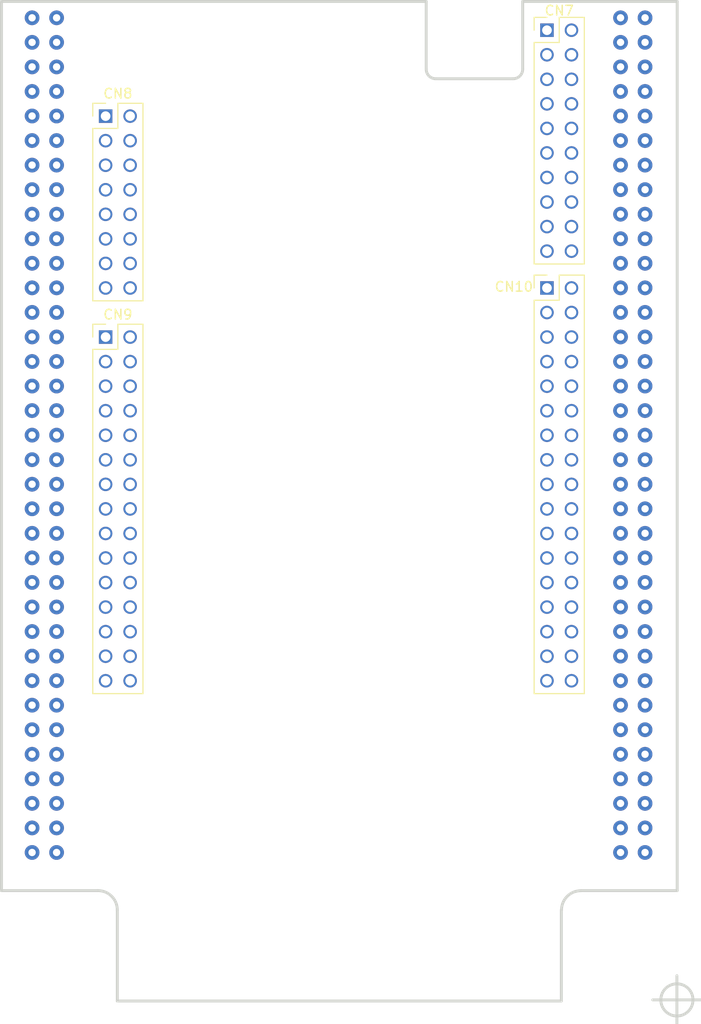
<source format=kicad_pcb>
(kicad_pcb (version 20171130) (host pcbnew "(5.1.12)-1")

  (general
    (thickness 1.6)
    (drawings 17)
    (tracks 0)
    (zones 0)
    (modules 5)
    (nets 241)
  )

  (page A4)
  (title_block
    (title "ST Morpheo Nucleo144 shield")
    (rev RevA)
  )

  (layers
    (0 F.Cu signal)
    (31 B.Cu signal)
    (32 B.Adhes user hide)
    (33 F.Adhes user hide)
    (34 B.Paste user)
    (35 F.Paste user)
    (36 B.SilkS user)
    (37 F.SilkS user)
    (38 B.Mask user hide)
    (39 F.Mask user hide)
    (40 Dwgs.User user hide)
    (41 Cmts.User user hide)
    (42 Eco1.User user hide)
    (43 Eco2.User user hide)
    (44 Edge.Cuts user)
    (45 Margin user hide)
    (46 B.CrtYd user hide)
    (47 F.CrtYd user hide)
    (48 B.Fab user hide)
    (49 F.Fab user)
  )

  (setup
    (last_trace_width 0.16)
    (user_trace_width 0.18)
    (user_trace_width 0.2)
    (user_trace_width 0.25)
    (user_trace_width 0.3)
    (user_trace_width 0.4)
    (user_trace_width 0.5)
    (user_trace_width 0.8)
    (user_trace_width 1)
    (trace_clearance 0.19)
    (zone_clearance 0.2)
    (zone_45_only no)
    (trace_min 0.16)
    (via_size 0.7)
    (via_drill 0.4)
    (via_min_size 0.6)
    (via_min_drill 0.3)
    (user_via 1 0.5)
    (uvia_size 0.6)
    (uvia_drill 0.3)
    (uvias_allowed no)
    (uvia_min_size 0.6)
    (uvia_min_drill 0.3)
    (edge_width 0.3)
    (segment_width 0.2)
    (pcb_text_width 0.3)
    (pcb_text_size 1.5 1.5)
    (mod_edge_width 0.15)
    (mod_text_size 1 1)
    (mod_text_width 0.15)
    (pad_size 1.524 1.524)
    (pad_drill 0.762)
    (pad_to_mask_clearance 0.15)
    (solder_mask_min_width 0.1)
    (pad_to_paste_clearance_ratio -0.05)
    (aux_axis_origin 133.322 159.22)
    (grid_origin 97 113.5)
    (visible_elements 7FFFFFFF)
    (pcbplotparams
      (layerselection 0x210fc_ffffffff)
      (usegerberextensions false)
      (usegerberattributes true)
      (usegerberadvancedattributes true)
      (creategerberjobfile true)
      (excludeedgelayer false)
      (linewidth 0.200000)
      (plotframeref false)
      (viasonmask false)
      (mode 1)
      (useauxorigin false)
      (hpglpennumber 1)
      (hpglpenspeed 20)
      (hpglpendiameter 15.000000)
      (psnegative false)
      (psa4output false)
      (plotreference true)
      (plotvalue true)
      (plotinvisibletext false)
      (padsonsilk false)
      (subtractmaskfromsilk false)
      (outputformat 1)
      (mirror false)
      (drillshape 0)
      (scaleselection 1)
      (outputdirectory "gerber/"))
  )

  (net 0 "")
  (net 1 "Net-(U1-Pad3A)")
  (net 2 "Net-(U1-Pad4A)")
  (net 3 "Net-(U1-Pad5A)")
  (net 4 "Net-(U1-Pad7A)")
  (net 5 "Net-(U1-Pad8A)")
  (net 6 "Net-(U1-Pad9A)")
  (net 7 "Net-(U1-Pad10A)")
  (net 8 "Net-(U1-Pad11A)")
  (net 9 "Net-(U1-Pad12A)")
  (net 10 "Net-(U1-Pad13A)")
  (net 11 "Net-(U1-Pad14A)")
  (net 12 "Net-(U1-Pad15A)")
  (net 13 "Net-(U1-Pad16A)")
  (net 14 "Net-(U1-Pad17A)")
  (net 15 "Net-(U1-Pad18A)")
  (net 16 "Net-(U1-Pad19A)")
  (net 17 "Net-(U1-Pad21A)")
  (net 18 "Net-(U1-Pad23A)")
  (net 19 "Net-(U1-Pad24A)")
  (net 20 "Net-(U1-Pad25A)")
  (net 21 "Net-(U1-Pad26A)")
  (net 22 "Net-(U1-Pad27A)")
  (net 23 "Net-(U1-Pad28A)")
  (net 24 "Net-(U1-Pad29A)")
  (net 25 "Net-(U1-Pad30A)")
  (net 26 "Net-(U1-Pad31A)")
  (net 27 "Net-(U1-Pad32A)")
  (net 28 "Net-(U1-Pad33A)")
  (net 29 "Net-(U1-Pad34A)")
  (net 30 "Net-(U1-Pad35A)")
  (net 31 "Net-(U1-Pad36A)")
  (net 32 "Net-(U1-Pad37A)")
  (net 33 "Net-(U1-Pad38A)")
  (net 34 "Net-(U1-Pad39A)")
  (net 35 "Net-(U1-Pad40A)")
  (net 36 "Net-(U1-Pad41A)")
  (net 37 "Net-(U1-Pad42A)")
  (net 38 "Net-(U1-Pad43A)")
  (net 39 "Net-(U1-Pad44A)")
  (net 40 "Net-(U1-Pad45A)")
  (net 41 "Net-(U1-Pad46A)")
  (net 42 "Net-(U1-Pad47A)")
  (net 43 "Net-(U1-Pad48A)")
  (net 44 "Net-(U1-Pad49A)")
  (net 45 "Net-(U1-Pad50A)")
  (net 46 "Net-(U1-Pad51A)")
  (net 47 "Net-(U1-Pad52A)")
  (net 48 "Net-(U1-Pad53A)")
  (net 49 "Net-(U1-Pad54A)")
  (net 50 "Net-(U1-Pad55A)")
  (net 51 "Net-(U1-Pad56A)")
  (net 52 "Net-(U1-Pad57A)")
  (net 53 "Net-(U1-Pad58A)")
  (net 54 "Net-(U1-Pad59A)")
  (net 55 "Net-(U1-Pad60A)")
  (net 56 "Net-(U1-Pad61A)")
  (net 57 "Net-(U1-Pad62A)")
  (net 58 "Net-(U1-Pad63A)")
  (net 59 "Net-(U1-Pad64A)")
  (net 60 "Net-(U1-Pad65A)")
  (net 61 "Net-(U1-Pad66A)")
  (net 62 "Net-(U1-Pad67A)")
  (net 63 "Net-(U1-Pad68A)")
  (net 64 "Net-(U1-Pad3B)")
  (net 65 "Net-(U1-Pad4B)")
  (net 66 "Net-(U1-Pad5B)")
  (net 67 "Net-(U1-Pad6B)")
  (net 68 "Net-(U1-Pad7B)")
  (net 69 "Net-(U1-Pad8B)")
  (net 70 "Net-(U1-Pad9B)")
  (net 71 "Net-(U1-Pad10B)")
  (net 72 "Net-(U1-Pad11B)")
  (net 73 "Net-(U1-Pad12B)")
  (net 74 "Net-(U1-Pad13B)")
  (net 75 "Net-(U1-Pad14B)")
  (net 76 "Net-(U1-Pad15B)")
  (net 77 "Net-(U1-Pad16B)")
  (net 78 "Net-(U1-Pad17B)")
  (net 79 "Net-(U1-Pad18B)")
  (net 80 "Net-(U1-Pad19B)")
  (net 81 "Net-(U1-Pad20B)")
  (net 82 "Net-(U1-Pad21B)")
  (net 83 "Net-(U1-Pad22B)")
  (net 84 "Net-(U1-Pad23B)")
  (net 85 "Net-(U1-Pad24B)")
  (net 86 "Net-(U1-Pad25B)")
  (net 87 "Net-(U1-Pad26B)")
  (net 88 "Net-(U1-Pad27B)")
  (net 89 "Net-(U1-Pad28B)")
  (net 90 "Net-(U1-Pad29B)")
  (net 91 "Net-(U1-Pad30B)")
  (net 92 "Net-(U1-Pad31B)")
  (net 93 "Net-(U1-Pad32B)")
  (net 94 "Net-(U1-Pad33B)")
  (net 95 "Net-(U1-Pad34B)")
  (net 96 "Net-(U1-Pad35B)")
  (net 97 "Net-(U1-Pad36B)")
  (net 98 "Net-(U1-Pad37B)")
  (net 99 "Net-(U1-Pad38B)")
  (net 100 "Net-(U1-Pad39B)")
  (net 101 "Net-(U1-Pad40B)")
  (net 102 "Net-(U1-Pad41B)")
  (net 103 "Net-(U1-Pad42B)")
  (net 104 "Net-(U1-Pad43B)")
  (net 105 "Net-(U1-Pad44B)")
  (net 106 "Net-(U1-Pad45B)")
  (net 107 "Net-(U1-Pad46B)")
  (net 108 "Net-(U1-Pad47B)")
  (net 109 "Net-(U1-Pad48B)")
  (net 110 "Net-(U1-Pad49B)")
  (net 111 "Net-(U1-Pad50B)")
  (net 112 "Net-(U1-Pad51B)")
  (net 113 "Net-(U1-Pad52B)")
  (net 114 "Net-(U1-Pad53B)")
  (net 115 "Net-(U1-Pad54B)")
  (net 116 "Net-(U1-Pad55B)")
  (net 117 "Net-(U1-Pad56B)")
  (net 118 "Net-(U1-Pad57B)")
  (net 119 "Net-(U1-Pad58B)")
  (net 120 "Net-(U1-Pad59B)")
  (net 121 "Net-(U1-Pad60B)")
  (net 122 "Net-(U1-Pad61B)")
  (net 123 "Net-(U1-Pad62B)")
  (net 124 "Net-(U1-Pad63B)")
  (net 125 "Net-(U1-Pad64B)")
  (net 126 "Net-(U1-Pad65B)")
  (net 127 "Net-(U1-Pad66B)")
  (net 128 "Net-(U1-Pad67B)")
  (net 129 "Net-(U1-Pad68B)")
  (net 130 /PC10)
  (net 131 /PC11)
  (net 132 "Net-(U1-Pad6A)")
  (net 133 /PD9)
  (net 134 /PG11)
  (net 135 /PC9)
  (net 136 /PC8)
  (net 137 /PG4)
  (net 138 /PG6)
  (net 139 "Net-(CN7-Pad20)")
  (net 140 "Net-(CN7-Pad19)")
  (net 141 "Net-(CN7-Pad18)")
  (net 142 "Net-(CN7-Pad17)")
  (net 143 "Net-(CN7-Pad16)")
  (net 144 "Net-(CN7-Pad15)")
  (net 145 "Net-(CN7-Pad14)")
  (net 146 "Net-(CN7-Pad13)")
  (net 147 "Net-(CN7-Pad12)")
  (net 148 "Net-(CN7-Pad11)")
  (net 149 "Net-(CN7-Pad10)")
  (net 150 "Net-(CN7-Pad9)")
  (net 151 "Net-(CN7-Pad8)")
  (net 152 "Net-(CN7-Pad7)")
  (net 153 "Net-(CN7-Pad6)")
  (net 154 "Net-(CN7-Pad5)")
  (net 155 "Net-(CN7-Pad4)")
  (net 156 "Net-(CN7-Pad3)")
  (net 157 "Net-(CN7-Pad2)")
  (net 158 "Net-(CN7-Pad1)")
  (net 159 "Net-(CN8-Pad16)")
  (net 160 "Net-(CN8-Pad15)")
  (net 161 "Net-(CN8-Pad14)")
  (net 162 "Net-(CN8-Pad13)")
  (net 163 "Net-(CN8-Pad12)")
  (net 164 "Net-(CN8-Pad11)")
  (net 165 "Net-(CN8-Pad10)")
  (net 166 "Net-(CN8-Pad9)")
  (net 167 "Net-(CN8-Pad8)")
  (net 168 "Net-(CN8-Pad7)")
  (net 169 "Net-(CN8-Pad6)")
  (net 170 "Net-(CN8-Pad5)")
  (net 171 "Net-(CN8-Pad4)")
  (net 172 "Net-(CN8-Pad3)")
  (net 173 "Net-(CN8-Pad2)")
  (net 174 "Net-(CN8-Pad1)")
  (net 175 "Net-(CN9-Pad30)")
  (net 176 "Net-(CN9-Pad29)")
  (net 177 "Net-(CN9-Pad28)")
  (net 178 "Net-(CN9-Pad27)")
  (net 179 "Net-(CN9-Pad26)")
  (net 180 "Net-(CN9-Pad25)")
  (net 181 "Net-(CN9-Pad24)")
  (net 182 "Net-(CN9-Pad23)")
  (net 183 "Net-(CN9-Pad22)")
  (net 184 "Net-(CN9-Pad21)")
  (net 185 "Net-(CN9-Pad20)")
  (net 186 "Net-(CN9-Pad19)")
  (net 187 "Net-(CN9-Pad18)")
  (net 188 "Net-(CN9-Pad17)")
  (net 189 "Net-(CN9-Pad16)")
  (net 190 "Net-(CN9-Pad15)")
  (net 191 "Net-(CN9-Pad14)")
  (net 192 "Net-(CN9-Pad13)")
  (net 193 "Net-(CN9-Pad12)")
  (net 194 "Net-(CN9-Pad11)")
  (net 195 "Net-(CN9-Pad10)")
  (net 196 "Net-(CN9-Pad9)")
  (net 197 "Net-(CN9-Pad8)")
  (net 198 "Net-(CN9-Pad7)")
  (net 199 "Net-(CN9-Pad6)")
  (net 200 "Net-(CN9-Pad5)")
  (net 201 "Net-(CN9-Pad4)")
  (net 202 "Net-(CN9-Pad3)")
  (net 203 "Net-(CN9-Pad2)")
  (net 204 "Net-(CN9-Pad1)")
  (net 205 "Net-(CN10-Pad34)")
  (net 206 "Net-(CN10-Pad33)")
  (net 207 "Net-(CN10-Pad32)")
  (net 208 "Net-(CN10-Pad31)")
  (net 209 "Net-(CN10-Pad30)")
  (net 210 "Net-(CN10-Pad29)")
  (net 211 "Net-(CN10-Pad28)")
  (net 212 "Net-(CN10-Pad27)")
  (net 213 "Net-(CN10-Pad26)")
  (net 214 "Net-(CN10-Pad25)")
  (net 215 "Net-(CN10-Pad24)")
  (net 216 "Net-(CN10-Pad23)")
  (net 217 "Net-(CN10-Pad22)")
  (net 218 "Net-(CN10-Pad21)")
  (net 219 "Net-(CN10-Pad20)")
  (net 220 "Net-(CN10-Pad19)")
  (net 221 "Net-(CN10-Pad18)")
  (net 222 "Net-(CN10-Pad17)")
  (net 223 "Net-(CN10-Pad16)")
  (net 224 "Net-(CN10-Pad15)")
  (net 225 "Net-(CN10-Pad14)")
  (net 226 "Net-(CN10-Pad13)")
  (net 227 "Net-(CN10-Pad12)")
  (net 228 "Net-(CN10-Pad11)")
  (net 229 "Net-(CN10-Pad10)")
  (net 230 "Net-(CN10-Pad9)")
  (net 231 "Net-(CN10-Pad8)")
  (net 232 "Net-(CN10-Pad7)")
  (net 233 "Net-(CN10-Pad6)")
  (net 234 "Net-(CN10-Pad5)")
  (net 235 "Net-(CN10-Pad4)")
  (net 236 "Net-(CN10-Pad3)")
  (net 237 "Net-(CN10-Pad2)")
  (net 238 "Net-(CN10-Pad1)")
  (net 239 "Net-(U1-Pad22A)")
  (net 240 "Net-(U1-Pad20A)")

  (net_class Default "This is the default net class."
    (clearance 0.19)
    (trace_width 0.16)
    (via_dia 0.7)
    (via_drill 0.4)
    (uvia_dia 0.6)
    (uvia_drill 0.3)
    (add_net /PC10)
    (add_net /PC11)
    (add_net /PC8)
    (add_net /PC9)
    (add_net /PD9)
    (add_net /PG11)
    (add_net /PG4)
    (add_net /PG6)
    (add_net "Net-(CN10-Pad1)")
    (add_net "Net-(CN10-Pad10)")
    (add_net "Net-(CN10-Pad11)")
    (add_net "Net-(CN10-Pad12)")
    (add_net "Net-(CN10-Pad13)")
    (add_net "Net-(CN10-Pad14)")
    (add_net "Net-(CN10-Pad15)")
    (add_net "Net-(CN10-Pad16)")
    (add_net "Net-(CN10-Pad17)")
    (add_net "Net-(CN10-Pad18)")
    (add_net "Net-(CN10-Pad19)")
    (add_net "Net-(CN10-Pad2)")
    (add_net "Net-(CN10-Pad20)")
    (add_net "Net-(CN10-Pad21)")
    (add_net "Net-(CN10-Pad22)")
    (add_net "Net-(CN10-Pad23)")
    (add_net "Net-(CN10-Pad24)")
    (add_net "Net-(CN10-Pad25)")
    (add_net "Net-(CN10-Pad26)")
    (add_net "Net-(CN10-Pad27)")
    (add_net "Net-(CN10-Pad28)")
    (add_net "Net-(CN10-Pad29)")
    (add_net "Net-(CN10-Pad3)")
    (add_net "Net-(CN10-Pad30)")
    (add_net "Net-(CN10-Pad31)")
    (add_net "Net-(CN10-Pad32)")
    (add_net "Net-(CN10-Pad33)")
    (add_net "Net-(CN10-Pad34)")
    (add_net "Net-(CN10-Pad4)")
    (add_net "Net-(CN10-Pad5)")
    (add_net "Net-(CN10-Pad6)")
    (add_net "Net-(CN10-Pad7)")
    (add_net "Net-(CN10-Pad8)")
    (add_net "Net-(CN10-Pad9)")
    (add_net "Net-(CN7-Pad1)")
    (add_net "Net-(CN7-Pad10)")
    (add_net "Net-(CN7-Pad11)")
    (add_net "Net-(CN7-Pad12)")
    (add_net "Net-(CN7-Pad13)")
    (add_net "Net-(CN7-Pad14)")
    (add_net "Net-(CN7-Pad15)")
    (add_net "Net-(CN7-Pad16)")
    (add_net "Net-(CN7-Pad17)")
    (add_net "Net-(CN7-Pad18)")
    (add_net "Net-(CN7-Pad19)")
    (add_net "Net-(CN7-Pad2)")
    (add_net "Net-(CN7-Pad20)")
    (add_net "Net-(CN7-Pad3)")
    (add_net "Net-(CN7-Pad4)")
    (add_net "Net-(CN7-Pad5)")
    (add_net "Net-(CN7-Pad6)")
    (add_net "Net-(CN7-Pad7)")
    (add_net "Net-(CN7-Pad8)")
    (add_net "Net-(CN7-Pad9)")
    (add_net "Net-(CN8-Pad1)")
    (add_net "Net-(CN8-Pad10)")
    (add_net "Net-(CN8-Pad11)")
    (add_net "Net-(CN8-Pad12)")
    (add_net "Net-(CN8-Pad13)")
    (add_net "Net-(CN8-Pad14)")
    (add_net "Net-(CN8-Pad15)")
    (add_net "Net-(CN8-Pad16)")
    (add_net "Net-(CN8-Pad2)")
    (add_net "Net-(CN8-Pad3)")
    (add_net "Net-(CN8-Pad4)")
    (add_net "Net-(CN8-Pad5)")
    (add_net "Net-(CN8-Pad6)")
    (add_net "Net-(CN8-Pad7)")
    (add_net "Net-(CN8-Pad8)")
    (add_net "Net-(CN8-Pad9)")
    (add_net "Net-(CN9-Pad1)")
    (add_net "Net-(CN9-Pad10)")
    (add_net "Net-(CN9-Pad11)")
    (add_net "Net-(CN9-Pad12)")
    (add_net "Net-(CN9-Pad13)")
    (add_net "Net-(CN9-Pad14)")
    (add_net "Net-(CN9-Pad15)")
    (add_net "Net-(CN9-Pad16)")
    (add_net "Net-(CN9-Pad17)")
    (add_net "Net-(CN9-Pad18)")
    (add_net "Net-(CN9-Pad19)")
    (add_net "Net-(CN9-Pad2)")
    (add_net "Net-(CN9-Pad20)")
    (add_net "Net-(CN9-Pad21)")
    (add_net "Net-(CN9-Pad22)")
    (add_net "Net-(CN9-Pad23)")
    (add_net "Net-(CN9-Pad24)")
    (add_net "Net-(CN9-Pad25)")
    (add_net "Net-(CN9-Pad26)")
    (add_net "Net-(CN9-Pad27)")
    (add_net "Net-(CN9-Pad28)")
    (add_net "Net-(CN9-Pad29)")
    (add_net "Net-(CN9-Pad3)")
    (add_net "Net-(CN9-Pad30)")
    (add_net "Net-(CN9-Pad4)")
    (add_net "Net-(CN9-Pad5)")
    (add_net "Net-(CN9-Pad6)")
    (add_net "Net-(CN9-Pad7)")
    (add_net "Net-(CN9-Pad8)")
    (add_net "Net-(CN9-Pad9)")
    (add_net "Net-(U1-Pad10A)")
    (add_net "Net-(U1-Pad10B)")
    (add_net "Net-(U1-Pad11A)")
    (add_net "Net-(U1-Pad11B)")
    (add_net "Net-(U1-Pad12A)")
    (add_net "Net-(U1-Pad12B)")
    (add_net "Net-(U1-Pad13A)")
    (add_net "Net-(U1-Pad13B)")
    (add_net "Net-(U1-Pad14A)")
    (add_net "Net-(U1-Pad14B)")
    (add_net "Net-(U1-Pad15A)")
    (add_net "Net-(U1-Pad15B)")
    (add_net "Net-(U1-Pad16A)")
    (add_net "Net-(U1-Pad16B)")
    (add_net "Net-(U1-Pad17A)")
    (add_net "Net-(U1-Pad17B)")
    (add_net "Net-(U1-Pad18A)")
    (add_net "Net-(U1-Pad18B)")
    (add_net "Net-(U1-Pad19A)")
    (add_net "Net-(U1-Pad19B)")
    (add_net "Net-(U1-Pad20A)")
    (add_net "Net-(U1-Pad20B)")
    (add_net "Net-(U1-Pad21A)")
    (add_net "Net-(U1-Pad21B)")
    (add_net "Net-(U1-Pad22A)")
    (add_net "Net-(U1-Pad22B)")
    (add_net "Net-(U1-Pad23A)")
    (add_net "Net-(U1-Pad23B)")
    (add_net "Net-(U1-Pad24A)")
    (add_net "Net-(U1-Pad24B)")
    (add_net "Net-(U1-Pad25A)")
    (add_net "Net-(U1-Pad25B)")
    (add_net "Net-(U1-Pad26A)")
    (add_net "Net-(U1-Pad26B)")
    (add_net "Net-(U1-Pad27A)")
    (add_net "Net-(U1-Pad27B)")
    (add_net "Net-(U1-Pad28A)")
    (add_net "Net-(U1-Pad28B)")
    (add_net "Net-(U1-Pad29A)")
    (add_net "Net-(U1-Pad29B)")
    (add_net "Net-(U1-Pad30A)")
    (add_net "Net-(U1-Pad30B)")
    (add_net "Net-(U1-Pad31A)")
    (add_net "Net-(U1-Pad31B)")
    (add_net "Net-(U1-Pad32A)")
    (add_net "Net-(U1-Pad32B)")
    (add_net "Net-(U1-Pad33A)")
    (add_net "Net-(U1-Pad33B)")
    (add_net "Net-(U1-Pad34A)")
    (add_net "Net-(U1-Pad34B)")
    (add_net "Net-(U1-Pad35A)")
    (add_net "Net-(U1-Pad35B)")
    (add_net "Net-(U1-Pad36A)")
    (add_net "Net-(U1-Pad36B)")
    (add_net "Net-(U1-Pad37A)")
    (add_net "Net-(U1-Pad37B)")
    (add_net "Net-(U1-Pad38A)")
    (add_net "Net-(U1-Pad38B)")
    (add_net "Net-(U1-Pad39A)")
    (add_net "Net-(U1-Pad39B)")
    (add_net "Net-(U1-Pad3A)")
    (add_net "Net-(U1-Pad3B)")
    (add_net "Net-(U1-Pad40A)")
    (add_net "Net-(U1-Pad40B)")
    (add_net "Net-(U1-Pad41A)")
    (add_net "Net-(U1-Pad41B)")
    (add_net "Net-(U1-Pad42A)")
    (add_net "Net-(U1-Pad42B)")
    (add_net "Net-(U1-Pad43A)")
    (add_net "Net-(U1-Pad43B)")
    (add_net "Net-(U1-Pad44A)")
    (add_net "Net-(U1-Pad44B)")
    (add_net "Net-(U1-Pad45A)")
    (add_net "Net-(U1-Pad45B)")
    (add_net "Net-(U1-Pad46A)")
    (add_net "Net-(U1-Pad46B)")
    (add_net "Net-(U1-Pad47A)")
    (add_net "Net-(U1-Pad47B)")
    (add_net "Net-(U1-Pad48A)")
    (add_net "Net-(U1-Pad48B)")
    (add_net "Net-(U1-Pad49A)")
    (add_net "Net-(U1-Pad49B)")
    (add_net "Net-(U1-Pad4A)")
    (add_net "Net-(U1-Pad4B)")
    (add_net "Net-(U1-Pad50A)")
    (add_net "Net-(U1-Pad50B)")
    (add_net "Net-(U1-Pad51A)")
    (add_net "Net-(U1-Pad51B)")
    (add_net "Net-(U1-Pad52A)")
    (add_net "Net-(U1-Pad52B)")
    (add_net "Net-(U1-Pad53A)")
    (add_net "Net-(U1-Pad53B)")
    (add_net "Net-(U1-Pad54A)")
    (add_net "Net-(U1-Pad54B)")
    (add_net "Net-(U1-Pad55A)")
    (add_net "Net-(U1-Pad55B)")
    (add_net "Net-(U1-Pad56A)")
    (add_net "Net-(U1-Pad56B)")
    (add_net "Net-(U1-Pad57A)")
    (add_net "Net-(U1-Pad57B)")
    (add_net "Net-(U1-Pad58A)")
    (add_net "Net-(U1-Pad58B)")
    (add_net "Net-(U1-Pad59A)")
    (add_net "Net-(U1-Pad59B)")
    (add_net "Net-(U1-Pad5A)")
    (add_net "Net-(U1-Pad5B)")
    (add_net "Net-(U1-Pad60A)")
    (add_net "Net-(U1-Pad60B)")
    (add_net "Net-(U1-Pad61A)")
    (add_net "Net-(U1-Pad61B)")
    (add_net "Net-(U1-Pad62A)")
    (add_net "Net-(U1-Pad62B)")
    (add_net "Net-(U1-Pad63A)")
    (add_net "Net-(U1-Pad63B)")
    (add_net "Net-(U1-Pad64A)")
    (add_net "Net-(U1-Pad64B)")
    (add_net "Net-(U1-Pad65A)")
    (add_net "Net-(U1-Pad65B)")
    (add_net "Net-(U1-Pad66A)")
    (add_net "Net-(U1-Pad66B)")
    (add_net "Net-(U1-Pad67A)")
    (add_net "Net-(U1-Pad67B)")
    (add_net "Net-(U1-Pad68A)")
    (add_net "Net-(U1-Pad68B)")
    (add_net "Net-(U1-Pad6A)")
    (add_net "Net-(U1-Pad6B)")
    (add_net "Net-(U1-Pad7A)")
    (add_net "Net-(U1-Pad7B)")
    (add_net "Net-(U1-Pad8A)")
    (add_net "Net-(U1-Pad8B)")
    (add_net "Net-(U1-Pad9A)")
    (add_net "Net-(U1-Pad9B)")
  )

  (module _connectors:PinHeader_2x17_P2.54mm_Vertical_Bottom_Pad_only locked (layer F.Cu) (tedit 62557446) (tstamp 6255D4F7)
    (at 119.86 85.56)
    (descr "Through hole straight pin header, 2x17, 2.54mm pitch, double rows, Bottom pad only")
    (tags "Through hole pin header THT 2x17 2.54mm double row")
    (path /625BABFD)
    (fp_text reference CN10 (at -3.429 -0.127) (layer F.SilkS)
      (effects (font (size 1 1) (thickness 0.15)))
    )
    (fp_text value CONN_02X17 (at -2.413 11.049 90) (layer F.Fab)
      (effects (font (size 1 1) (thickness 0.15)))
    )
    (fp_line (start 0 -1.27) (end 3.81 -1.27) (layer F.Fab) (width 0.1))
    (fp_line (start 3.81 -1.27) (end 3.81 41.91) (layer F.Fab) (width 0.1))
    (fp_line (start 3.81 41.91) (end -1.27 41.91) (layer F.Fab) (width 0.1))
    (fp_line (start -1.27 41.91) (end -1.27 0) (layer F.Fab) (width 0.1))
    (fp_line (start -1.27 0) (end 0 -1.27) (layer F.Fab) (width 0.1))
    (fp_line (start -1.33 41.97) (end 3.87 41.97) (layer F.SilkS) (width 0.12))
    (fp_line (start -1.33 1.27) (end -1.33 41.97) (layer F.SilkS) (width 0.12))
    (fp_line (start 3.87 -1.33) (end 3.87 41.97) (layer F.SilkS) (width 0.12))
    (fp_line (start -1.33 1.27) (end 1.27 1.27) (layer F.SilkS) (width 0.12))
    (fp_line (start 1.27 1.27) (end 1.27 -1.33) (layer F.SilkS) (width 0.12))
    (fp_line (start 1.27 -1.33) (end 3.87 -1.33) (layer F.SilkS) (width 0.12))
    (fp_line (start -1.33 0) (end -1.33 -1.33) (layer F.SilkS) (width 0.12))
    (fp_line (start -1.33 -1.33) (end 0 -1.33) (layer F.SilkS) (width 0.12))
    (fp_line (start -1.8 -1.8) (end -1.8 42.45) (layer F.CrtYd) (width 0.05))
    (fp_line (start -1.8 42.45) (end 4.35 42.45) (layer F.CrtYd) (width 0.05))
    (fp_line (start 4.35 42.45) (end 4.35 -1.8) (layer F.CrtYd) (width 0.05))
    (fp_line (start 4.35 -1.8) (end -1.8 -1.8) (layer F.CrtYd) (width 0.05))
    (fp_text user %R (at -3.429 -0.127 180) (layer F.Fab)
      (effects (font (size 1 1) (thickness 0.15)))
    )
    (pad 34 thru_hole oval (at 2.54 40.64) (size 1.4 1.4) (drill 1) (layers *.Mask B.Cu)
      (net 205 "Net-(CN10-Pad34)"))
    (pad 33 thru_hole oval (at 0 40.64) (size 1.4 1.4) (drill 1) (layers *.Mask B.Cu)
      (net 206 "Net-(CN10-Pad33)"))
    (pad 32 thru_hole oval (at 2.54 38.1) (size 1.4 1.4) (drill 1) (layers *.Mask B.Cu)
      (net 207 "Net-(CN10-Pad32)"))
    (pad 31 thru_hole oval (at 0 38.1) (size 1.4 1.4) (drill 1) (layers *.Mask B.Cu)
      (net 208 "Net-(CN10-Pad31)"))
    (pad 30 thru_hole oval (at 2.54 35.56) (size 1.4 1.4) (drill 1) (layers *.Mask B.Cu)
      (net 209 "Net-(CN10-Pad30)"))
    (pad 29 thru_hole oval (at 0 35.56) (size 1.4 1.4) (drill 1) (layers *.Mask B.Cu)
      (net 210 "Net-(CN10-Pad29)"))
    (pad 28 thru_hole oval (at 2.54 33.02) (size 1.4 1.4) (drill 1) (layers *.Mask B.Cu)
      (net 211 "Net-(CN10-Pad28)"))
    (pad 27 thru_hole oval (at 0 33.02) (size 1.4 1.4) (drill 1) (layers *.Mask B.Cu)
      (net 212 "Net-(CN10-Pad27)"))
    (pad 26 thru_hole oval (at 2.54 30.48) (size 1.4 1.4) (drill 1) (layers *.Mask B.Cu)
      (net 213 "Net-(CN10-Pad26)"))
    (pad 25 thru_hole oval (at 0 30.48) (size 1.4 1.4) (drill 1) (layers *.Mask B.Cu)
      (net 214 "Net-(CN10-Pad25)"))
    (pad 24 thru_hole oval (at 2.54 27.94) (size 1.4 1.4) (drill 1) (layers *.Mask B.Cu)
      (net 215 "Net-(CN10-Pad24)"))
    (pad 23 thru_hole oval (at 0 27.94) (size 1.4 1.4) (drill 1) (layers *.Mask B.Cu)
      (net 216 "Net-(CN10-Pad23)"))
    (pad 22 thru_hole oval (at 2.54 25.4) (size 1.4 1.4) (drill 1) (layers *.Mask B.Cu)
      (net 217 "Net-(CN10-Pad22)"))
    (pad 21 thru_hole oval (at 0 25.4) (size 1.4 1.4) (drill 1) (layers *.Mask B.Cu)
      (net 218 "Net-(CN10-Pad21)"))
    (pad 20 thru_hole oval (at 2.54 22.86) (size 1.4 1.4) (drill 1) (layers *.Mask B.Cu)
      (net 219 "Net-(CN10-Pad20)"))
    (pad 19 thru_hole oval (at 0 22.86) (size 1.4 1.4) (drill 1) (layers *.Mask B.Cu)
      (net 220 "Net-(CN10-Pad19)"))
    (pad 18 thru_hole oval (at 2.54 20.32) (size 1.4 1.4) (drill 1) (layers *.Mask B.Cu)
      (net 221 "Net-(CN10-Pad18)"))
    (pad 17 thru_hole oval (at 0 20.32) (size 1.4 1.4) (drill 1) (layers *.Mask B.Cu)
      (net 222 "Net-(CN10-Pad17)"))
    (pad 16 thru_hole oval (at 2.54 17.78) (size 1.4 1.4) (drill 1) (layers *.Mask B.Cu)
      (net 223 "Net-(CN10-Pad16)"))
    (pad 15 thru_hole oval (at 0 17.78) (size 1.4 1.4) (drill 1) (layers *.Mask B.Cu)
      (net 224 "Net-(CN10-Pad15)"))
    (pad 14 thru_hole oval (at 2.54 15.24) (size 1.4 1.4) (drill 1) (layers *.Mask B.Cu)
      (net 225 "Net-(CN10-Pad14)"))
    (pad 13 thru_hole oval (at 0 15.24) (size 1.4 1.4) (drill 1) (layers *.Mask B.Cu)
      (net 226 "Net-(CN10-Pad13)"))
    (pad 12 thru_hole oval (at 2.54 12.7) (size 1.4 1.4) (drill 1) (layers *.Mask B.Cu)
      (net 227 "Net-(CN10-Pad12)"))
    (pad 11 thru_hole oval (at 0 12.7) (size 1.4 1.4) (drill 1) (layers *.Mask B.Cu)
      (net 228 "Net-(CN10-Pad11)"))
    (pad 10 thru_hole oval (at 2.54 10.16) (size 1.4 1.4) (drill 1) (layers *.Mask B.Cu)
      (net 229 "Net-(CN10-Pad10)"))
    (pad 9 thru_hole oval (at 0 10.16) (size 1.4 1.4) (drill 1) (layers *.Mask B.Cu)
      (net 230 "Net-(CN10-Pad9)"))
    (pad 8 thru_hole oval (at 2.54 7.62) (size 1.4 1.4) (drill 1) (layers *.Mask B.Cu)
      (net 231 "Net-(CN10-Pad8)"))
    (pad 7 thru_hole oval (at 0 7.62) (size 1.4 1.4) (drill 1) (layers *.Mask B.Cu)
      (net 232 "Net-(CN10-Pad7)"))
    (pad 6 thru_hole oval (at 2.54 5.08) (size 1.4 1.4) (drill 1) (layers *.Mask B.Cu)
      (net 233 "Net-(CN10-Pad6)"))
    (pad 5 thru_hole oval (at 0 5.08) (size 1.4 1.4) (drill 1) (layers *.Mask B.Cu)
      (net 234 "Net-(CN10-Pad5)"))
    (pad 4 thru_hole oval (at 2.54 2.54) (size 1.4 1.4) (drill 1) (layers *.Mask B.Cu)
      (net 235 "Net-(CN10-Pad4)"))
    (pad 3 thru_hole oval (at 0 2.54) (size 1.4 1.4) (drill 1) (layers *.Mask B.Cu)
      (net 236 "Net-(CN10-Pad3)"))
    (pad 2 thru_hole circle (at 2.54 0) (size 1.4 1.4) (drill 1) (layers *.Mask B.Cu)
      (net 237 "Net-(CN10-Pad2)"))
    (pad 1 thru_hole rect (at 0 0) (size 1.4 1.4) (drill 1) (layers *.Mask B.Cu)
      (net 238 "Net-(CN10-Pad1)"))
    (model ${KISYS3DMOD}/Connector_PinHeader_2.54mm.3dshapes/PinHeader_2x17_P2.54mm_Vertical.wrl
      (at (xyz 0 0 0))
      (scale (xyz 1 1 1))
      (rotate (xyz 0 0 0))
    )
  )

  (module _connectors:PinHeader_2x15_P2.54mm_Vertical_Bottom_pad_only locked (layer F.Cu) (tedit 59FED5CC) (tstamp 6255D4BF)
    (at 74.14 90.64)
    (descr "Through hole straight pin header, 2x15, 2.54mm pitch, double rows")
    (tags "Through hole pin header THT 2x15 2.54mm double row")
    (path /625B923B)
    (fp_text reference CN9 (at 1.27 -2.33) (layer F.SilkS)
      (effects (font (size 1 1) (thickness 0.15)))
    )
    (fp_text value CONN_02X15 (at 4.699 17.018 90) (layer F.Fab)
      (effects (font (size 1 1) (thickness 0.15)))
    )
    (fp_line (start 0 -1.27) (end 3.81 -1.27) (layer F.Fab) (width 0.1))
    (fp_line (start 3.81 -1.27) (end 3.81 36.83) (layer F.Fab) (width 0.1))
    (fp_line (start 3.81 36.83) (end -1.27 36.83) (layer F.Fab) (width 0.1))
    (fp_line (start -1.27 36.83) (end -1.27 0) (layer F.Fab) (width 0.1))
    (fp_line (start -1.27 0) (end 0 -1.27) (layer F.Fab) (width 0.1))
    (fp_line (start -1.33 36.89) (end 3.87 36.89) (layer F.SilkS) (width 0.12))
    (fp_line (start -1.33 1.27) (end -1.33 36.89) (layer F.SilkS) (width 0.12))
    (fp_line (start 3.87 -1.33) (end 3.87 36.89) (layer F.SilkS) (width 0.12))
    (fp_line (start -1.33 1.27) (end 1.27 1.27) (layer F.SilkS) (width 0.12))
    (fp_line (start 1.27 1.27) (end 1.27 -1.33) (layer F.SilkS) (width 0.12))
    (fp_line (start 1.27 -1.33) (end 3.87 -1.33) (layer F.SilkS) (width 0.12))
    (fp_line (start -1.33 0) (end -1.33 -1.33) (layer F.SilkS) (width 0.12))
    (fp_line (start -1.33 -1.33) (end 0 -1.33) (layer F.SilkS) (width 0.12))
    (fp_line (start -1.8 -1.8) (end -1.8 37.35) (layer F.CrtYd) (width 0.05))
    (fp_line (start -1.8 37.35) (end 4.35 37.35) (layer F.CrtYd) (width 0.05))
    (fp_line (start 4.35 37.35) (end 4.35 -1.8) (layer F.CrtYd) (width 0.05))
    (fp_line (start 4.35 -1.8) (end -1.8 -1.8) (layer F.CrtYd) (width 0.05))
    (fp_text user %R (at 1.27 -2.286 180) (layer F.Fab)
      (effects (font (size 1 1) (thickness 0.15)))
    )
    (pad 30 thru_hole oval (at 2.54 35.56) (size 1.4 1.4) (drill 1) (layers *.Mask B.Cu)
      (net 175 "Net-(CN9-Pad30)"))
    (pad 29 thru_hole oval (at 0 35.56) (size 1.4 1.4) (drill 1) (layers *.Mask B.Cu)
      (net 176 "Net-(CN9-Pad29)"))
    (pad 28 thru_hole oval (at 2.54 33.02) (size 1.4 1.4) (drill 1) (layers *.Mask B.Cu)
      (net 177 "Net-(CN9-Pad28)"))
    (pad 27 thru_hole oval (at 0 33.02) (size 1.4 1.4) (drill 1) (layers *.Mask B.Cu)
      (net 178 "Net-(CN9-Pad27)"))
    (pad 26 thru_hole oval (at 2.54 30.48) (size 1.4 1.4) (drill 1) (layers *.Mask B.Cu)
      (net 179 "Net-(CN9-Pad26)"))
    (pad 25 thru_hole oval (at 0 30.48) (size 1.4 1.4) (drill 1) (layers *.Mask B.Cu)
      (net 180 "Net-(CN9-Pad25)"))
    (pad 24 thru_hole oval (at 2.54 27.94) (size 1.4 1.4) (drill 1) (layers *.Mask B.Cu)
      (net 181 "Net-(CN9-Pad24)"))
    (pad 23 thru_hole oval (at 0 27.94) (size 1.4 1.4) (drill 1) (layers *.Mask B.Cu)
      (net 182 "Net-(CN9-Pad23)"))
    (pad 22 thru_hole oval (at 2.54 25.4) (size 1.4 1.4) (drill 1) (layers *.Mask B.Cu)
      (net 183 "Net-(CN9-Pad22)"))
    (pad 21 thru_hole oval (at 0 25.4) (size 1.4 1.4) (drill 1) (layers *.Mask B.Cu)
      (net 184 "Net-(CN9-Pad21)"))
    (pad 20 thru_hole oval (at 2.54 22.86) (size 1.4 1.4) (drill 1) (layers *.Mask B.Cu)
      (net 185 "Net-(CN9-Pad20)"))
    (pad 19 thru_hole oval (at 0 22.86) (size 1.4 1.4) (drill 1) (layers *.Mask B.Cu)
      (net 186 "Net-(CN9-Pad19)"))
    (pad 18 thru_hole oval (at 2.54 20.32) (size 1.4 1.4) (drill 1) (layers *.Mask B.Cu)
      (net 187 "Net-(CN9-Pad18)"))
    (pad 17 thru_hole oval (at 0 20.32) (size 1.4 1.4) (drill 1) (layers *.Mask B.Cu)
      (net 188 "Net-(CN9-Pad17)"))
    (pad 16 thru_hole oval (at 2.54 17.78) (size 1.4 1.4) (drill 1) (layers *.Mask B.Cu)
      (net 189 "Net-(CN9-Pad16)"))
    (pad 15 thru_hole oval (at 0 17.78) (size 1.4 1.4) (drill 1) (layers *.Mask B.Cu)
      (net 190 "Net-(CN9-Pad15)"))
    (pad 14 thru_hole oval (at 2.54 15.24) (size 1.4 1.4) (drill 1) (layers *.Mask B.Cu)
      (net 191 "Net-(CN9-Pad14)"))
    (pad 13 thru_hole oval (at 0 15.24) (size 1.4 1.4) (drill 1) (layers *.Mask B.Cu)
      (net 192 "Net-(CN9-Pad13)"))
    (pad 12 thru_hole oval (at 2.54 12.7) (size 1.4 1.4) (drill 1) (layers *.Mask B.Cu)
      (net 193 "Net-(CN9-Pad12)"))
    (pad 11 thru_hole oval (at 0 12.7) (size 1.4 1.4) (drill 1) (layers *.Mask B.Cu)
      (net 194 "Net-(CN9-Pad11)"))
    (pad 10 thru_hole oval (at 2.54 10.16) (size 1.4 1.4) (drill 1) (layers *.Mask B.Cu)
      (net 195 "Net-(CN9-Pad10)"))
    (pad 9 thru_hole oval (at 0 10.16) (size 1.4 1.4) (drill 1) (layers *.Mask B.Cu)
      (net 196 "Net-(CN9-Pad9)"))
    (pad 8 thru_hole oval (at 2.54 7.62) (size 1.4 1.4) (drill 1) (layers *.Mask B.Cu)
      (net 197 "Net-(CN9-Pad8)"))
    (pad 7 thru_hole oval (at 0 7.62) (size 1.4 1.4) (drill 1) (layers *.Mask B.Cu)
      (net 198 "Net-(CN9-Pad7)"))
    (pad 6 thru_hole oval (at 2.54 5.08) (size 1.4 1.4) (drill 1) (layers *.Mask B.Cu)
      (net 199 "Net-(CN9-Pad6)"))
    (pad 5 thru_hole oval (at 0 5.08) (size 1.4 1.4) (drill 1) (layers *.Mask B.Cu)
      (net 200 "Net-(CN9-Pad5)"))
    (pad 4 thru_hole oval (at 2.54 2.54) (size 1.4 1.4) (drill 1) (layers *.Mask B.Cu)
      (net 201 "Net-(CN9-Pad4)"))
    (pad 3 thru_hole oval (at 0 2.54) (size 1.4 1.4) (drill 1) (layers *.Mask B.Cu)
      (net 202 "Net-(CN9-Pad3)"))
    (pad 2 thru_hole oval (at 2.54 0) (size 1.4 1.4) (drill 1) (layers *.Mask B.Cu)
      (net 203 "Net-(CN9-Pad2)"))
    (pad 1 thru_hole rect (at 0 0) (size 1.4 1.4) (drill 1) (layers *.Mask B.Cu)
      (net 204 "Net-(CN9-Pad1)"))
    (model ${KISYS3DMOD}/Connector_PinHeader_2.54mm.3dshapes/PinHeader_2x15_P2.54mm_Vertical.wrl
      (at (xyz 0 0 0))
      (scale (xyz 1 1 1))
      (rotate (xyz 0 0 0))
    )
  )

  (module _connectors:PinHeader_2x08_P2.54mm_Vertical_Bottom_Pad_Only locked (layer F.Cu) (tedit 625589B1) (tstamp 6255D48B)
    (at 74.14 67.78)
    (descr "Through hole straight pin header, 2x08, 2.54mm pitch, double rows")
    (tags "Through hole pin header THT 2x08 2.54mm double row")
    (path /625B7222)
    (fp_text reference CN8 (at 1.27 -2.33) (layer F.SilkS)
      (effects (font (size 1 1) (thickness 0.15)))
    )
    (fp_text value CONN_02X08 (at 4.572 9.525 90) (layer F.Fab)
      (effects (font (size 1 1) (thickness 0.15)))
    )
    (fp_line (start 4.35 -1.8) (end -1.8 -1.8) (layer F.CrtYd) (width 0.05))
    (fp_line (start 4.35 19.55) (end 4.35 -1.8) (layer F.CrtYd) (width 0.05))
    (fp_line (start -1.8 19.55) (end 4.35 19.55) (layer F.CrtYd) (width 0.05))
    (fp_line (start -1.8 -1.8) (end -1.8 19.55) (layer F.CrtYd) (width 0.05))
    (fp_line (start -1.33 -1.33) (end 0 -1.33) (layer F.SilkS) (width 0.12))
    (fp_line (start -1.33 0) (end -1.33 -1.33) (layer F.SilkS) (width 0.12))
    (fp_line (start 1.27 -1.33) (end 3.87 -1.33) (layer F.SilkS) (width 0.12))
    (fp_line (start 1.27 1.27) (end 1.27 -1.33) (layer F.SilkS) (width 0.12))
    (fp_line (start -1.33 1.27) (end 1.27 1.27) (layer F.SilkS) (width 0.12))
    (fp_line (start 3.87 -1.33) (end 3.87 19.11) (layer F.SilkS) (width 0.12))
    (fp_line (start -1.33 1.27) (end -1.33 19.11) (layer F.SilkS) (width 0.12))
    (fp_line (start -1.33 19.11) (end 3.87 19.11) (layer F.SilkS) (width 0.12))
    (fp_line (start -1.27 0) (end 0 -1.27) (layer F.Fab) (width 0.1))
    (fp_line (start -1.27 19.05) (end -1.27 0) (layer F.Fab) (width 0.1))
    (fp_line (start 3.81 19.05) (end -1.27 19.05) (layer F.Fab) (width 0.1))
    (fp_line (start 3.81 -1.27) (end 3.81 19.05) (layer F.Fab) (width 0.1))
    (fp_line (start 0 -1.27) (end 3.81 -1.27) (layer F.Fab) (width 0.1))
    (fp_text user %R (at 1.27 -2.413 180) (layer F.Fab)
      (effects (font (size 1 1) (thickness 0.15)))
    )
    (pad 16 thru_hole oval (at 2.54 17.78) (size 1.4 1.4) (drill 1) (layers *.Mask B.Cu)
      (net 159 "Net-(CN8-Pad16)"))
    (pad 15 thru_hole oval (at 0 17.78) (size 1.4 1.4) (drill 1) (layers *.Mask B.Cu)
      (net 160 "Net-(CN8-Pad15)"))
    (pad 14 thru_hole oval (at 2.54 15.24) (size 1.4 1.4) (drill 1) (layers *.Mask B.Cu)
      (net 161 "Net-(CN8-Pad14)"))
    (pad 13 thru_hole oval (at 0 15.24) (size 1.4 1.4) (drill 1) (layers *.Mask B.Cu)
      (net 162 "Net-(CN8-Pad13)"))
    (pad 12 thru_hole oval (at 2.54 12.7) (size 1.4 1.4) (drill 1) (layers *.Mask B.Cu)
      (net 163 "Net-(CN8-Pad12)"))
    (pad 11 thru_hole oval (at 0 12.7) (size 1.4 1.4) (drill 1) (layers *.Mask B.Cu)
      (net 164 "Net-(CN8-Pad11)"))
    (pad 10 thru_hole oval (at 2.54 10.16) (size 1.4 1.4) (drill 1) (layers *.Mask B.Cu)
      (net 165 "Net-(CN8-Pad10)"))
    (pad 9 thru_hole oval (at 0 10.16) (size 1.4 1.4) (drill 1) (layers *.Mask B.Cu)
      (net 166 "Net-(CN8-Pad9)"))
    (pad 8 thru_hole oval (at 2.54 7.62) (size 1.4 1.4) (drill 1) (layers *.Mask B.Cu)
      (net 167 "Net-(CN8-Pad8)"))
    (pad 7 thru_hole oval (at 0 7.62) (size 1.4 1.4) (drill 1) (layers *.Mask B.Cu)
      (net 168 "Net-(CN8-Pad7)"))
    (pad 6 thru_hole oval (at 2.54 5.08) (size 1.4 1.4) (drill 1) (layers *.Mask B.Cu)
      (net 169 "Net-(CN8-Pad6)"))
    (pad 5 thru_hole oval (at 0 5.08) (size 1.4 1.4) (drill 1) (layers *.Mask B.Cu)
      (net 170 "Net-(CN8-Pad5)"))
    (pad 4 thru_hole oval (at 2.54 2.54) (size 1.4 1.4) (drill 1) (layers *.Mask B.Cu)
      (net 171 "Net-(CN8-Pad4)"))
    (pad 3 thru_hole oval (at 0 2.54) (size 1.4 1.4) (drill 1) (layers *.Mask B.Cu)
      (net 172 "Net-(CN8-Pad3)"))
    (pad 2 thru_hole circle (at 2.54 0) (size 1.4 1.4) (drill 1) (layers *.Mask B.Cu)
      (net 173 "Net-(CN8-Pad2)"))
    (pad 1 thru_hole rect (at 0 0) (size 1.4 1.4) (drill 1) (layers *.Mask B.Cu)
      (net 174 "Net-(CN8-Pad1)"))
    (model ${KISYS3DMOD}/Connector_PinHeader_2.54mm.3dshapes/PinHeader_2x08_P2.54mm_Vertical.wrl
      (at (xyz 0 0 0))
      (scale (xyz 1 1 1))
      (rotate (xyz 0 0 0))
    )
  )

  (module _connectors:PinHeader_2x10_P2.54mm_Vertical_Bottom_Pad_only locked (layer F.Cu) (tedit 59FED5CC) (tstamp 6255D465)
    (at 119.86 58.89)
    (descr "Through hole straight pin header, 2x10, 2.54mm pitch, double rows")
    (tags "Through hole pin header THT 2x10 2.54mm double row")
    (path /625B80D0)
    (fp_text reference CN7 (at 1.27 -2.032) (layer F.SilkS)
      (effects (font (size 1 1) (thickness 0.15)))
    )
    (fp_text value CONN_02X10 (at -2.032 12.065 90) (layer F.Fab)
      (effects (font (size 1 1) (thickness 0.15)))
    )
    (fp_line (start 0 -1.27) (end 3.81 -1.27) (layer F.Fab) (width 0.1))
    (fp_line (start 3.81 -1.27) (end 3.81 24.13) (layer F.Fab) (width 0.1))
    (fp_line (start 3.81 24.13) (end -1.27 24.13) (layer F.Fab) (width 0.1))
    (fp_line (start -1.27 24.13) (end -1.27 0) (layer F.Fab) (width 0.1))
    (fp_line (start -1.27 0) (end 0 -1.27) (layer F.Fab) (width 0.1))
    (fp_line (start -1.33 24.19) (end 3.87 24.19) (layer F.SilkS) (width 0.12))
    (fp_line (start -1.33 1.27) (end -1.33 24.19) (layer F.SilkS) (width 0.12))
    (fp_line (start 3.87 -1.33) (end 3.87 24.19) (layer F.SilkS) (width 0.12))
    (fp_line (start -1.33 1.27) (end 1.27 1.27) (layer F.SilkS) (width 0.12))
    (fp_line (start 1.27 1.27) (end 1.27 -1.33) (layer F.SilkS) (width 0.12))
    (fp_line (start 1.27 -1.33) (end 3.87 -1.33) (layer F.SilkS) (width 0.12))
    (fp_line (start -1.33 0) (end -1.33 -1.33) (layer F.SilkS) (width 0.12))
    (fp_line (start -1.33 -1.33) (end 0 -1.33) (layer F.SilkS) (width 0.12))
    (fp_line (start -1.8 -1.8) (end -1.8 24.65) (layer F.CrtYd) (width 0.05))
    (fp_line (start -1.8 24.65) (end 4.35 24.65) (layer F.CrtYd) (width 0.05))
    (fp_line (start 4.35 24.65) (end 4.35 -1.8) (layer F.CrtYd) (width 0.05))
    (fp_line (start 4.35 -1.8) (end -1.8 -1.8) (layer F.CrtYd) (width 0.05))
    (fp_text user %R (at 1.27 -2.032 180) (layer F.Fab)
      (effects (font (size 1 1) (thickness 0.15)))
    )
    (pad 20 thru_hole oval (at 2.54 22.86) (size 1.4 1.4) (drill 1) (layers *.Mask B.Cu)
      (net 139 "Net-(CN7-Pad20)"))
    (pad 19 thru_hole oval (at 0 22.86) (size 1.4 1.4) (drill 1) (layers *.Mask B.Cu)
      (net 140 "Net-(CN7-Pad19)"))
    (pad 18 thru_hole oval (at 2.54 20.32) (size 1.4 1.4) (drill 1) (layers *.Mask B.Cu)
      (net 141 "Net-(CN7-Pad18)"))
    (pad 17 thru_hole oval (at 0 20.32) (size 1.4 1.4) (drill 1) (layers *.Mask B.Cu)
      (net 142 "Net-(CN7-Pad17)"))
    (pad 16 thru_hole oval (at 2.54 17.78) (size 1.4 1.4) (drill 1) (layers *.Mask B.Cu)
      (net 143 "Net-(CN7-Pad16)"))
    (pad 15 thru_hole oval (at 0 17.78) (size 1.4 1.4) (drill 1) (layers *.Mask B.Cu)
      (net 144 "Net-(CN7-Pad15)"))
    (pad 14 thru_hole oval (at 2.54 15.24) (size 1.4 1.4) (drill 1) (layers *.Mask B.Cu)
      (net 145 "Net-(CN7-Pad14)"))
    (pad 13 thru_hole oval (at 0 15.24) (size 1.4 1.4) (drill 1) (layers *.Mask B.Cu)
      (net 146 "Net-(CN7-Pad13)"))
    (pad 12 thru_hole oval (at 2.54 12.7) (size 1.4 1.4) (drill 1) (layers *.Mask B.Cu)
      (net 147 "Net-(CN7-Pad12)"))
    (pad 11 thru_hole oval (at 0 12.7) (size 1.4 1.4) (drill 1) (layers *.Mask B.Cu)
      (net 148 "Net-(CN7-Pad11)"))
    (pad 10 thru_hole oval (at 2.54 10.16) (size 1.4 1.4) (drill 1) (layers *.Mask B.Cu)
      (net 149 "Net-(CN7-Pad10)"))
    (pad 9 thru_hole oval (at 0 10.16) (size 1.4 1.4) (drill 1) (layers *.Mask B.Cu)
      (net 150 "Net-(CN7-Pad9)"))
    (pad 8 thru_hole oval (at 2.54 7.62) (size 1.4 1.4) (drill 1) (layers *.Mask B.Cu)
      (net 151 "Net-(CN7-Pad8)"))
    (pad 7 thru_hole oval (at 0 7.62) (size 1.4 1.4) (drill 1) (layers *.Mask B.Cu)
      (net 152 "Net-(CN7-Pad7)"))
    (pad 6 thru_hole oval (at 2.54 5.08) (size 1.4 1.4) (drill 1) (layers *.Mask B.Cu)
      (net 153 "Net-(CN7-Pad6)"))
    (pad 5 thru_hole oval (at 0 5.08) (size 1.4 1.4) (drill 1) (layers *.Mask B.Cu)
      (net 154 "Net-(CN7-Pad5)"))
    (pad 4 thru_hole oval (at 2.54 2.54) (size 1.4 1.4) (drill 1) (layers *.Mask B.Cu)
      (net 155 "Net-(CN7-Pad4)"))
    (pad 3 thru_hole oval (at 0 2.54) (size 1.4 1.4) (drill 1) (layers *.Mask B.Cu)
      (net 156 "Net-(CN7-Pad3)"))
    (pad 2 thru_hole oval (at 2.54 0) (size 1.4 1.4) (drill 1) (layers *.Mask B.Cu)
      (net 157 "Net-(CN7-Pad2)"))
    (pad 1 thru_hole rect (at 0 0) (size 1.4 1.4) (drill 1) (layers *.Mask B.Cu)
      (net 158 "Net-(CN7-Pad1)"))
    (model ${KISYS3DMOD}/Connector_PinHeader_2.54mm.3dshapes/PinHeader_2x10_P2.54mm_Vertical.wrl
      (at (xyz 0 0 0))
      (scale (xyz 1 1 1))
      (rotate (xyz 0 0 0))
    )
  )

  (module _connectors:ST_Nucleo144_F429ZI_Morpho locked (layer F.Cu) (tedit 58BAED41) (tstamp 6255E8F4)
    (at 98.27262 100.78722)
    (path /57E00191)
    (fp_text reference U1 (at 0 -5.08) (layer F.SilkS) hide
      (effects (font (size 1 1) (thickness 0.15)))
    )
    (fp_text value ST_Nucleo144_F429ZI_Morpho (at 0 -7.62) (layer F.Fab)
      (effects (font (size 1 1) (thickness 0.15)))
    )
    (pad 70B thru_hole circle (at 31.75 43.18) (size 1.524 1.524) (drill 0.762) (layers *.Cu *.Mask)
      (net 138 /PG6))
    (pad 69B thru_hole circle (at 29.21 43.18) (size 1.524 1.524) (drill 0.762) (layers *.Cu *.Mask)
      (net 137 /PG4))
    (pad 68B thru_hole circle (at 31.75 40.64) (size 1.524 1.524) (drill 0.762) (layers *.Cu *.Mask)
      (net 129 "Net-(U1-Pad68B)"))
    (pad 67B thru_hole circle (at 29.21 40.64) (size 1.524 1.524) (drill 0.762) (layers *.Cu *.Mask)
      (net 128 "Net-(U1-Pad67B)"))
    (pad 66B thru_hole circle (at 31.75 38.1) (size 1.524 1.524) (drill 0.762) (layers *.Cu *.Mask)
      (net 127 "Net-(U1-Pad66B)"))
    (pad 65B thru_hole circle (at 29.21 38.1) (size 1.524 1.524) (drill 0.762) (layers *.Cu *.Mask)
      (net 126 "Net-(U1-Pad65B)"))
    (pad 64B thru_hole circle (at 31.75 35.56) (size 1.524 1.524) (drill 0.762) (layers *.Cu *.Mask)
      (net 125 "Net-(U1-Pad64B)"))
    (pad 63B thru_hole circle (at 29.21 35.56) (size 1.524 1.524) (drill 0.762) (layers *.Cu *.Mask)
      (net 124 "Net-(U1-Pad63B)"))
    (pad 62B thru_hole circle (at 31.75 33.02) (size 1.524 1.524) (drill 0.762) (layers *.Cu *.Mask)
      (net 123 "Net-(U1-Pad62B)"))
    (pad 61B thru_hole circle (at 29.21 33.02) (size 1.524 1.524) (drill 0.762) (layers *.Cu *.Mask)
      (net 122 "Net-(U1-Pad61B)"))
    (pad 60B thru_hole circle (at 31.75 30.48) (size 1.524 1.524) (drill 0.762) (layers *.Cu *.Mask)
      (net 121 "Net-(U1-Pad60B)"))
    (pad 59B thru_hole circle (at 29.21 30.48) (size 1.524 1.524) (drill 0.762) (layers *.Cu *.Mask)
      (net 120 "Net-(U1-Pad59B)"))
    (pad 58B thru_hole circle (at 31.75 27.94) (size 1.524 1.524) (drill 0.762) (layers *.Cu *.Mask)
      (net 119 "Net-(U1-Pad58B)"))
    (pad 57B thru_hole circle (at 29.21 27.94) (size 1.524 1.524) (drill 0.762) (layers *.Cu *.Mask)
      (net 118 "Net-(U1-Pad57B)"))
    (pad 56B thru_hole circle (at 31.75 25.4) (size 1.524 1.524) (drill 0.762) (layers *.Cu *.Mask)
      (net 117 "Net-(U1-Pad56B)"))
    (pad 55B thru_hole circle (at 29.21 25.4) (size 1.524 1.524) (drill 0.762) (layers *.Cu *.Mask)
      (net 116 "Net-(U1-Pad55B)"))
    (pad 54B thru_hole circle (at 31.75 22.86) (size 1.524 1.524) (drill 0.762) (layers *.Cu *.Mask)
      (net 115 "Net-(U1-Pad54B)"))
    (pad 53B thru_hole circle (at 29.21 22.86) (size 1.524 1.524) (drill 0.762) (layers *.Cu *.Mask)
      (net 114 "Net-(U1-Pad53B)"))
    (pad 52B thru_hole circle (at 31.75 20.32) (size 1.524 1.524) (drill 0.762) (layers *.Cu *.Mask)
      (net 113 "Net-(U1-Pad52B)"))
    (pad 51B thru_hole circle (at 29.21 20.32) (size 1.524 1.524) (drill 0.762) (layers *.Cu *.Mask)
      (net 112 "Net-(U1-Pad51B)"))
    (pad 50B thru_hole circle (at 31.75 17.78) (size 1.524 1.524) (drill 0.762) (layers *.Cu *.Mask)
      (net 111 "Net-(U1-Pad50B)"))
    (pad 49B thru_hole circle (at 29.21 17.78) (size 1.524 1.524) (drill 0.762) (layers *.Cu *.Mask)
      (net 110 "Net-(U1-Pad49B)"))
    (pad 48B thru_hole circle (at 31.75 15.24) (size 1.524 1.524) (drill 0.762) (layers *.Cu *.Mask)
      (net 109 "Net-(U1-Pad48B)"))
    (pad 47B thru_hole circle (at 29.21 15.24) (size 1.524 1.524) (drill 0.762) (layers *.Cu *.Mask)
      (net 108 "Net-(U1-Pad47B)"))
    (pad 46B thru_hole circle (at 31.75 12.7) (size 1.524 1.524) (drill 0.762) (layers *.Cu *.Mask)
      (net 107 "Net-(U1-Pad46B)"))
    (pad 45B thru_hole circle (at 29.21 12.7) (size 1.524 1.524) (drill 0.762) (layers *.Cu *.Mask)
      (net 106 "Net-(U1-Pad45B)"))
    (pad 44B thru_hole circle (at 31.75 10.16) (size 1.524 1.524) (drill 0.762) (layers *.Cu *.Mask)
      (net 105 "Net-(U1-Pad44B)"))
    (pad 43B thru_hole circle (at 29.21 10.16) (size 1.524 1.524) (drill 0.762) (layers *.Cu *.Mask)
      (net 104 "Net-(U1-Pad43B)"))
    (pad 42B thru_hole circle (at 31.75 7.62) (size 1.524 1.524) (drill 0.762) (layers *.Cu *.Mask)
      (net 103 "Net-(U1-Pad42B)"))
    (pad 41B thru_hole circle (at 29.21 7.62) (size 1.524 1.524) (drill 0.762) (layers *.Cu *.Mask)
      (net 102 "Net-(U1-Pad41B)"))
    (pad 40B thru_hole circle (at 31.75 5.08) (size 1.524 1.524) (drill 0.762) (layers *.Cu *.Mask)
      (net 101 "Net-(U1-Pad40B)"))
    (pad 39B thru_hole circle (at 29.21 5.08) (size 1.524 1.524) (drill 0.762) (layers *.Cu *.Mask)
      (net 100 "Net-(U1-Pad39B)"))
    (pad 38B thru_hole circle (at 31.75 2.54) (size 1.524 1.524) (drill 0.762) (layers *.Cu *.Mask)
      (net 99 "Net-(U1-Pad38B)"))
    (pad 37B thru_hole circle (at 29.21 2.54) (size 1.524 1.524) (drill 0.762) (layers *.Cu *.Mask)
      (net 98 "Net-(U1-Pad37B)"))
    (pad 36B thru_hole circle (at 31.75 0) (size 1.524 1.524) (drill 0.762) (layers *.Cu *.Mask)
      (net 97 "Net-(U1-Pad36B)"))
    (pad 35B thru_hole circle (at 29.21 0) (size 1.524 1.524) (drill 0.762) (layers *.Cu *.Mask)
      (net 96 "Net-(U1-Pad35B)"))
    (pad 34B thru_hole circle (at 31.75 -2.54) (size 1.524 1.524) (drill 0.762) (layers *.Cu *.Mask)
      (net 95 "Net-(U1-Pad34B)"))
    (pad 33B thru_hole circle (at 29.21 -2.54) (size 1.524 1.524) (drill 0.762) (layers *.Cu *.Mask)
      (net 94 "Net-(U1-Pad33B)"))
    (pad 32B thru_hole circle (at 31.75 -5.08) (size 1.524 1.524) (drill 0.762) (layers *.Cu *.Mask)
      (net 93 "Net-(U1-Pad32B)"))
    (pad 31B thru_hole circle (at 29.21 -5.08) (size 1.524 1.524) (drill 0.762) (layers *.Cu *.Mask)
      (net 92 "Net-(U1-Pad31B)"))
    (pad 30B thru_hole circle (at 31.75 -7.62) (size 1.524 1.524) (drill 0.762) (layers *.Cu *.Mask)
      (net 91 "Net-(U1-Pad30B)"))
    (pad 29B thru_hole circle (at 29.21 -7.62) (size 1.524 1.524) (drill 0.762) (layers *.Cu *.Mask)
      (net 90 "Net-(U1-Pad29B)"))
    (pad 28B thru_hole circle (at 31.75 -10.16) (size 1.524 1.524) (drill 0.762) (layers *.Cu *.Mask)
      (net 89 "Net-(U1-Pad28B)"))
    (pad 27B thru_hole circle (at 29.21 -10.16) (size 1.524 1.524) (drill 0.762) (layers *.Cu *.Mask)
      (net 88 "Net-(U1-Pad27B)"))
    (pad 26B thru_hole circle (at 31.75 -12.7) (size 1.524 1.524) (drill 0.762) (layers *.Cu *.Mask)
      (net 87 "Net-(U1-Pad26B)"))
    (pad 25B thru_hole circle (at 29.21 -12.7) (size 1.524 1.524) (drill 0.762) (layers *.Cu *.Mask)
      (net 86 "Net-(U1-Pad25B)"))
    (pad 24B thru_hole circle (at 31.75 -15.24) (size 1.524 1.524) (drill 0.762) (layers *.Cu *.Mask)
      (net 85 "Net-(U1-Pad24B)"))
    (pad 23B thru_hole circle (at 29.21 -15.24) (size 1.524 1.524) (drill 0.762) (layers *.Cu *.Mask)
      (net 84 "Net-(U1-Pad23B)"))
    (pad 22B thru_hole circle (at 31.75 -17.78) (size 1.524 1.524) (drill 0.762) (layers *.Cu *.Mask)
      (net 83 "Net-(U1-Pad22B)"))
    (pad 21B thru_hole circle (at 29.21 -17.78) (size 1.524 1.524) (drill 0.762) (layers *.Cu *.Mask)
      (net 82 "Net-(U1-Pad21B)"))
    (pad 20B thru_hole circle (at 31.75 -20.32) (size 1.524 1.524) (drill 0.762) (layers *.Cu *.Mask)
      (net 81 "Net-(U1-Pad20B)"))
    (pad 19B thru_hole circle (at 29.21 -20.32) (size 1.524 1.524) (drill 0.762) (layers *.Cu *.Mask)
      (net 80 "Net-(U1-Pad19B)"))
    (pad 18B thru_hole circle (at 31.75 -22.86) (size 1.524 1.524) (drill 0.762) (layers *.Cu *.Mask)
      (net 79 "Net-(U1-Pad18B)"))
    (pad 17B thru_hole circle (at 29.21 -22.86) (size 1.524 1.524) (drill 0.762) (layers *.Cu *.Mask)
      (net 78 "Net-(U1-Pad17B)"))
    (pad 16B thru_hole circle (at 31.75 -25.4) (size 1.524 1.524) (drill 0.762) (layers *.Cu *.Mask)
      (net 77 "Net-(U1-Pad16B)"))
    (pad 15B thru_hole circle (at 29.21 -25.4) (size 1.524 1.524) (drill 0.762) (layers *.Cu *.Mask)
      (net 76 "Net-(U1-Pad15B)"))
    (pad 14B thru_hole circle (at 31.75 -27.94) (size 1.524 1.524) (drill 0.762) (layers *.Cu *.Mask)
      (net 75 "Net-(U1-Pad14B)"))
    (pad 13B thru_hole circle (at 29.21 -27.94) (size 1.524 1.524) (drill 0.762) (layers *.Cu *.Mask)
      (net 74 "Net-(U1-Pad13B)"))
    (pad 12B thru_hole circle (at 31.75 -30.48) (size 1.524 1.524) (drill 0.762) (layers *.Cu *.Mask)
      (net 73 "Net-(U1-Pad12B)"))
    (pad 11B thru_hole circle (at 29.21 -30.48) (size 1.524 1.524) (drill 0.762) (layers *.Cu *.Mask)
      (net 72 "Net-(U1-Pad11B)"))
    (pad 10B thru_hole circle (at 31.75 -33.02) (size 1.524 1.524) (drill 0.762) (layers *.Cu *.Mask)
      (net 71 "Net-(U1-Pad10B)"))
    (pad 9B thru_hole circle (at 29.21 -33.02) (size 1.524 1.524) (drill 0.762) (layers *.Cu *.Mask)
      (net 70 "Net-(U1-Pad9B)"))
    (pad 8B thru_hole circle (at 31.75 -35.56) (size 1.524 1.524) (drill 0.762) (layers *.Cu *.Mask)
      (net 69 "Net-(U1-Pad8B)"))
    (pad 7B thru_hole circle (at 29.21 -35.56) (size 1.524 1.524) (drill 0.762) (layers *.Cu *.Mask)
      (net 68 "Net-(U1-Pad7B)"))
    (pad 6B thru_hole circle (at 31.75 -38.1) (size 1.524 1.524) (drill 0.762) (layers *.Cu *.Mask)
      (net 67 "Net-(U1-Pad6B)"))
    (pad 5B thru_hole circle (at 29.21 -38.1) (size 1.524 1.524) (drill 0.762) (layers *.Cu *.Mask)
      (net 66 "Net-(U1-Pad5B)"))
    (pad 4B thru_hole circle (at 31.75 -40.64) (size 1.524 1.524) (drill 0.762) (layers *.Cu *.Mask)
      (net 65 "Net-(U1-Pad4B)"))
    (pad 3B thru_hole circle (at 29.21 -40.64) (size 1.524 1.524) (drill 0.762) (layers *.Cu *.Mask)
      (net 64 "Net-(U1-Pad3B)"))
    (pad 2B thru_hole circle (at 31.75 -43.18) (size 1.524 1.524) (drill 0.762) (layers *.Cu *.Mask)
      (net 136 /PC8))
    (pad 1B thru_hole circle (at 29.21 -43.18) (size 1.524 1.524) (drill 0.762) (layers *.Cu *.Mask)
      (net 135 /PC9))
    (pad 70A thru_hole circle (at -29.21 43.18) (size 1.524 1.524) (drill 0.762) (layers *.Cu *.Mask)
      (net 134 /PG11))
    (pad 69A thru_hole circle (at -31.75 43.18) (size 1.524 1.524) (drill 0.762) (layers *.Cu *.Mask)
      (net 133 /PD9))
    (pad 68A thru_hole circle (at -29.21 40.64) (size 1.524 1.524) (drill 0.762) (layers *.Cu *.Mask)
      (net 63 "Net-(U1-Pad68A)"))
    (pad 67A thru_hole circle (at -31.75 40.64) (size 1.524 1.524) (drill 0.762) (layers *.Cu *.Mask)
      (net 62 "Net-(U1-Pad67A)"))
    (pad 66A thru_hole circle (at -29.21 38.1) (size 1.524 1.524) (drill 0.762) (layers *.Cu *.Mask)
      (net 61 "Net-(U1-Pad66A)"))
    (pad 65A thru_hole circle (at -31.75 38.1) (size 1.524 1.524) (drill 0.762) (layers *.Cu *.Mask)
      (net 60 "Net-(U1-Pad65A)"))
    (pad 64A thru_hole circle (at -29.21 35.56) (size 1.524 1.524) (drill 0.762) (layers *.Cu *.Mask)
      (net 59 "Net-(U1-Pad64A)"))
    (pad 63A thru_hole circle (at -31.75 35.56) (size 1.524 1.524) (drill 0.762) (layers *.Cu *.Mask)
      (net 58 "Net-(U1-Pad63A)"))
    (pad 62A thru_hole circle (at -29.21 33.02) (size 1.524 1.524) (drill 0.762) (layers *.Cu *.Mask)
      (net 57 "Net-(U1-Pad62A)"))
    (pad 61A thru_hole circle (at -31.75 33.02) (size 1.524 1.524) (drill 0.762) (layers *.Cu *.Mask)
      (net 56 "Net-(U1-Pad61A)"))
    (pad 60A thru_hole circle (at -29.21 30.48) (size 1.524 1.524) (drill 0.762) (layers *.Cu *.Mask)
      (net 55 "Net-(U1-Pad60A)"))
    (pad 59A thru_hole circle (at -31.75 30.48) (size 1.524 1.524) (drill 0.762) (layers *.Cu *.Mask)
      (net 54 "Net-(U1-Pad59A)"))
    (pad 58A thru_hole circle (at -29.21 27.94) (size 1.524 1.524) (drill 0.762) (layers *.Cu *.Mask)
      (net 53 "Net-(U1-Pad58A)"))
    (pad 57A thru_hole circle (at -31.75 27.94) (size 1.524 1.524) (drill 0.762) (layers *.Cu *.Mask)
      (net 52 "Net-(U1-Pad57A)"))
    (pad 56A thru_hole circle (at -29.21 25.4) (size 1.524 1.524) (drill 0.762) (layers *.Cu *.Mask)
      (net 51 "Net-(U1-Pad56A)"))
    (pad 55A thru_hole circle (at -31.75 25.4) (size 1.524 1.524) (drill 0.762) (layers *.Cu *.Mask)
      (net 50 "Net-(U1-Pad55A)"))
    (pad 54A thru_hole circle (at -29.21 22.86) (size 1.524 1.524) (drill 0.762) (layers *.Cu *.Mask)
      (net 49 "Net-(U1-Pad54A)"))
    (pad 53A thru_hole circle (at -31.75 22.86) (size 1.524 1.524) (drill 0.762) (layers *.Cu *.Mask)
      (net 48 "Net-(U1-Pad53A)"))
    (pad 52A thru_hole circle (at -29.21 20.32) (size 1.524 1.524) (drill 0.762) (layers *.Cu *.Mask)
      (net 47 "Net-(U1-Pad52A)"))
    (pad 51A thru_hole circle (at -31.75 20.32) (size 1.524 1.524) (drill 0.762) (layers *.Cu *.Mask)
      (net 46 "Net-(U1-Pad51A)"))
    (pad 50A thru_hole circle (at -29.21 17.78) (size 1.524 1.524) (drill 0.762) (layers *.Cu *.Mask)
      (net 45 "Net-(U1-Pad50A)"))
    (pad 49A thru_hole circle (at -31.75 17.78) (size 1.524 1.524) (drill 0.762) (layers *.Cu *.Mask)
      (net 44 "Net-(U1-Pad49A)"))
    (pad 48A thru_hole circle (at -29.21 15.24) (size 1.524 1.524) (drill 0.762) (layers *.Cu *.Mask)
      (net 43 "Net-(U1-Pad48A)"))
    (pad 47A thru_hole circle (at -31.75 15.24) (size 1.524 1.524) (drill 0.762) (layers *.Cu *.Mask)
      (net 42 "Net-(U1-Pad47A)"))
    (pad 46A thru_hole circle (at -29.21 12.7) (size 1.524 1.524) (drill 0.762) (layers *.Cu *.Mask)
      (net 41 "Net-(U1-Pad46A)"))
    (pad 45A thru_hole circle (at -31.75 12.7) (size 1.524 1.524) (drill 0.762) (layers *.Cu *.Mask)
      (net 40 "Net-(U1-Pad45A)"))
    (pad 44A thru_hole circle (at -29.21 10.16) (size 1.524 1.524) (drill 0.762) (layers *.Cu *.Mask)
      (net 39 "Net-(U1-Pad44A)"))
    (pad 43A thru_hole circle (at -31.75 10.16) (size 1.524 1.524) (drill 0.762) (layers *.Cu *.Mask)
      (net 38 "Net-(U1-Pad43A)"))
    (pad 42A thru_hole circle (at -29.21 7.62) (size 1.524 1.524) (drill 0.762) (layers *.Cu *.Mask)
      (net 37 "Net-(U1-Pad42A)"))
    (pad 41A thru_hole circle (at -31.75 7.62) (size 1.524 1.524) (drill 0.762) (layers *.Cu *.Mask)
      (net 36 "Net-(U1-Pad41A)"))
    (pad 40A thru_hole circle (at -29.21 5.08) (size 1.524 1.524) (drill 0.762) (layers *.Cu *.Mask)
      (net 35 "Net-(U1-Pad40A)"))
    (pad 39A thru_hole circle (at -31.75 5.08) (size 1.524 1.524) (drill 0.762) (layers *.Cu *.Mask)
      (net 34 "Net-(U1-Pad39A)"))
    (pad 38A thru_hole circle (at -29.21 2.54) (size 1.524 1.524) (drill 0.762) (layers *.Cu *.Mask)
      (net 33 "Net-(U1-Pad38A)"))
    (pad 37A thru_hole circle (at -31.75 2.54) (size 1.524 1.524) (drill 0.762) (layers *.Cu *.Mask)
      (net 32 "Net-(U1-Pad37A)"))
    (pad 36A thru_hole circle (at -29.21 0) (size 1.524 1.524) (drill 0.762) (layers *.Cu *.Mask)
      (net 31 "Net-(U1-Pad36A)"))
    (pad 35A thru_hole circle (at -31.75 0) (size 1.524 1.524) (drill 0.762) (layers *.Cu *.Mask)
      (net 30 "Net-(U1-Pad35A)"))
    (pad 34A thru_hole circle (at -29.21 -2.54) (size 1.524 1.524) (drill 0.762) (layers *.Cu *.Mask)
      (net 29 "Net-(U1-Pad34A)"))
    (pad 33A thru_hole circle (at -31.75 -2.54) (size 1.524 1.524) (drill 0.762) (layers *.Cu *.Mask)
      (net 28 "Net-(U1-Pad33A)"))
    (pad 32A thru_hole circle (at -29.21 -5.08) (size 1.524 1.524) (drill 0.762) (layers *.Cu *.Mask)
      (net 27 "Net-(U1-Pad32A)"))
    (pad 31A thru_hole circle (at -31.75 -5.08) (size 1.524 1.524) (drill 0.762) (layers *.Cu *.Mask)
      (net 26 "Net-(U1-Pad31A)"))
    (pad 30A thru_hole circle (at -29.21 -7.62) (size 1.524 1.524) (drill 0.762) (layers *.Cu *.Mask)
      (net 25 "Net-(U1-Pad30A)"))
    (pad 29A thru_hole circle (at -31.75 -7.62) (size 1.524 1.524) (drill 0.762) (layers *.Cu *.Mask)
      (net 24 "Net-(U1-Pad29A)"))
    (pad 28A thru_hole circle (at -29.21 -10.16) (size 1.524 1.524) (drill 0.762) (layers *.Cu *.Mask)
      (net 23 "Net-(U1-Pad28A)"))
    (pad 27A thru_hole circle (at -31.75 -10.16) (size 1.524 1.524) (drill 0.762) (layers *.Cu *.Mask)
      (net 22 "Net-(U1-Pad27A)"))
    (pad 26A thru_hole circle (at -29.21 -12.7) (size 1.524 1.524) (drill 0.762) (layers *.Cu *.Mask)
      (net 21 "Net-(U1-Pad26A)"))
    (pad 25A thru_hole circle (at -31.75 -12.7) (size 1.524 1.524) (drill 0.762) (layers *.Cu *.Mask)
      (net 20 "Net-(U1-Pad25A)"))
    (pad 24A thru_hole circle (at -29.21 -15.24) (size 1.524 1.524) (drill 0.762) (layers *.Cu *.Mask)
      (net 19 "Net-(U1-Pad24A)"))
    (pad 23A thru_hole circle (at -31.75 -15.24) (size 1.524 1.524) (drill 0.762) (layers *.Cu *.Mask)
      (net 18 "Net-(U1-Pad23A)"))
    (pad 22A thru_hole circle (at -29.21 -17.78) (size 1.524 1.524) (drill 0.762) (layers *.Cu *.Mask)
      (net 239 "Net-(U1-Pad22A)"))
    (pad 21A thru_hole circle (at -31.75 -17.78) (size 1.524 1.524) (drill 0.762) (layers *.Cu *.Mask)
      (net 17 "Net-(U1-Pad21A)"))
    (pad 20A thru_hole circle (at -29.21 -20.32) (size 1.524 1.524) (drill 0.762) (layers *.Cu *.Mask)
      (net 240 "Net-(U1-Pad20A)"))
    (pad 19A thru_hole circle (at -31.75 -20.32) (size 1.524 1.524) (drill 0.762) (layers *.Cu *.Mask)
      (net 16 "Net-(U1-Pad19A)"))
    (pad 18A thru_hole circle (at -29.21 -22.86) (size 1.524 1.524) (drill 0.762) (layers *.Cu *.Mask)
      (net 15 "Net-(U1-Pad18A)"))
    (pad 17A thru_hole circle (at -31.75 -22.86) (size 1.524 1.524) (drill 0.762) (layers *.Cu *.Mask)
      (net 14 "Net-(U1-Pad17A)"))
    (pad 16A thru_hole circle (at -29.21 -25.4) (size 1.524 1.524) (drill 0.762) (layers *.Cu *.Mask)
      (net 13 "Net-(U1-Pad16A)"))
    (pad 15A thru_hole circle (at -31.75 -25.4) (size 1.524 1.524) (drill 0.762) (layers *.Cu *.Mask)
      (net 12 "Net-(U1-Pad15A)"))
    (pad 14A thru_hole circle (at -29.21 -27.94) (size 1.524 1.524) (drill 0.762) (layers *.Cu *.Mask)
      (net 11 "Net-(U1-Pad14A)"))
    (pad 13A thru_hole circle (at -31.75 -27.94) (size 1.524 1.524) (drill 0.762) (layers *.Cu *.Mask)
      (net 10 "Net-(U1-Pad13A)"))
    (pad 12A thru_hole circle (at -29.21 -30.48) (size 1.524 1.524) (drill 0.762) (layers *.Cu *.Mask)
      (net 9 "Net-(U1-Pad12A)"))
    (pad 11A thru_hole circle (at -31.75 -30.48) (size 1.524 1.524) (drill 0.762) (layers *.Cu *.Mask)
      (net 8 "Net-(U1-Pad11A)"))
    (pad 10A thru_hole circle (at -29.21 -33.02) (size 1.524 1.524) (drill 0.762) (layers *.Cu *.Mask)
      (net 7 "Net-(U1-Pad10A)"))
    (pad 9A thru_hole circle (at -31.75 -33.02) (size 1.524 1.524) (drill 0.762) (layers *.Cu *.Mask)
      (net 6 "Net-(U1-Pad9A)"))
    (pad 8A thru_hole circle (at -29.21 -35.56) (size 1.524 1.524) (drill 0.762) (layers *.Cu *.Mask)
      (net 5 "Net-(U1-Pad8A)"))
    (pad 7A thru_hole circle (at -31.75 -35.56) (size 1.524 1.524) (drill 0.762) (layers *.Cu *.Mask)
      (net 4 "Net-(U1-Pad7A)"))
    (pad 6A thru_hole circle (at -29.21 -38.1) (size 1.524 1.524) (drill 0.762) (layers *.Cu *.Mask)
      (net 132 "Net-(U1-Pad6A)"))
    (pad 5A thru_hole circle (at -31.75 -38.1) (size 1.524 1.524) (drill 0.762) (layers *.Cu *.Mask)
      (net 3 "Net-(U1-Pad5A)"))
    (pad 4A thru_hole circle (at -29.21 -40.64) (size 1.524 1.524) (drill 0.762) (layers *.Cu *.Mask)
      (net 2 "Net-(U1-Pad4A)"))
    (pad 3A thru_hole circle (at -31.75 -40.64) (size 1.524 1.524) (drill 0.762) (layers *.Cu *.Mask)
      (net 1 "Net-(U1-Pad3A)"))
    (pad 2A thru_hole circle (at -29.21 -43.18) (size 1.524 1.524) (drill 0.762) (layers *.Cu *.Mask)
      (net 131 /PC11))
    (pad 1A thru_hole circle (at -31.75 -43.18) (size 1.524 1.524) (drill 0.762) (layers *.Cu *.Mask)
      (net 130 /PC10))
  )

  (gr_line (start 133.349 55.9144) (end 117.349 55.9144) (layer Edge.Cuts) (width 0.3) (tstamp 62554E53))
  (gr_line (start 117.349 55.9144) (end 117.349 62.9144) (layer Edge.Cuts) (width 0.3) (tstamp 62554E3E))
  (target plus (at 133.322 159.22) (size 5) (width 0.3) (layer Edge.Cuts))
  (gr_arc (start 123.369 149.9244) (end 121.369 149.9244) (angle 90) (layer Edge.Cuts) (width 0.3) (tstamp 62554E47))
  (gr_line (start 116.349 63.9144) (end 108.349 63.9144) (layer Edge.Cuts) (width 0.3) (tstamp 62554E41))
  (gr_line (start 107.349 62.9144) (end 107.349 55.9144) (layer Edge.Cuts) (width 0.3) (tstamp 62554E65))
  (gr_arc (start 116.349 62.9144) (end 117.349 62.9144) (angle 90) (layer Edge.Cuts) (width 0.3) (tstamp 62554E3B))
  (gr_arc (start 108.349 62.9144) (end 108.349 63.9144) (angle 90) (layer Edge.Cuts) (width 0.3) (tstamp 62554E44))
  (gr_line (start 63.349 55.9144) (end 107.349 55.9144) (layer Edge.Cuts) (width 0.3) (tstamp 62554E62))
  (gr_line (start 121.349 149.9144) (end 121.349 159.3344) (layer Edge.Cuts) (width 0.3) (tstamp 62554E50))
  (gr_line (start 133.349 147.9144) (end 123.349 147.9144) (layer Edge.Cuts) (width 0.3) (tstamp 62554E5C))
  (gr_arc (start 73.349 149.9144) (end 73.349 147.9144) (angle 90) (layer Edge.Cuts) (width 0.3) (tstamp 62554E4D))
  (gr_line (start 75.349 149.9144) (end 75.349 159.3344) (layer Edge.Cuts) (width 0.3) (tstamp 62554E5F))
  (gr_line (start 63.349 147.9144) (end 73.349 147.9144) (layer Edge.Cuts) (width 0.3) (tstamp 62554E59))
  (gr_line (start 63.349 55.9144) (end 63.349 147.9144) (layer Edge.Cuts) (width 0.3) (tstamp 62554E4A))
  (gr_line (start 133.349 147.9144) (end 133.349 55.9144) (layer Edge.Cuts) (width 0.3) (tstamp 62554E68))
  (gr_line (start 75.349 159.3344) (end 121.349 159.3344) (layer Edge.Cuts) (width 0.3) (tstamp 62554E56))

)

</source>
